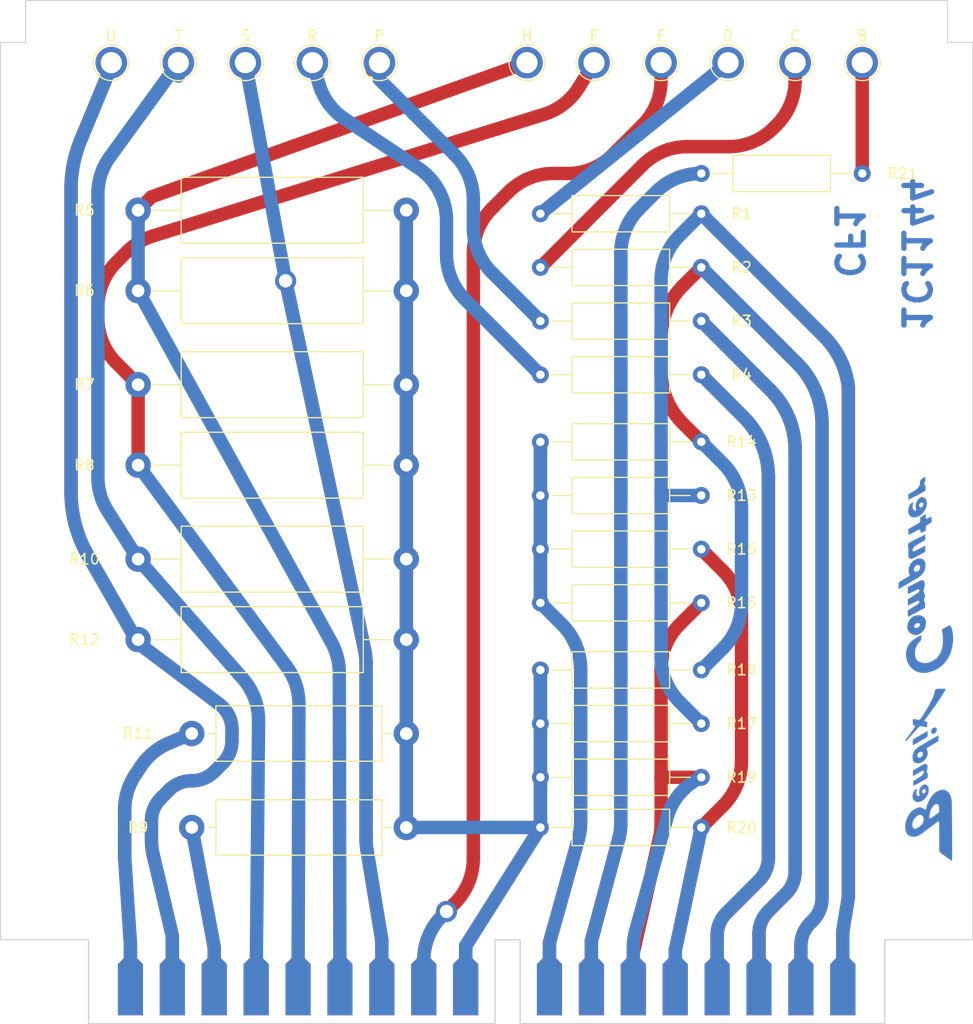
<source format=kicad_pcb>
(kicad_pcb (version 20211014) (generator pcbnew)
  (layers (0 "F.Cu" signal) (31 "B.Cu" signal) (34 "B.Paste" user) (35 "F.Paste" user) (36 "B.SilkS" user "B.Silkscreen") (37 "F.SilkS" user "F.Silkscreen") (38 "B.Mask" user) (39 "F.Mask" user) (44 "Edge.Cuts" user))
  (net 0 "")
  (net 1 "/Grid Divider 4")
  (net 2 "/Grid Divider 3")
  (net 3 "/+100V")
  (net 4 "/47K to B- 3")
  (net 5 "/47K to B- 4")
  (net 6 "GND")
  (net 7 "/+100V_")
  (net 8 "/Output 1")
  (net 9 "/Output 2")
  (net 10 "/Input 1")
  (net 11 "/Input 2")
  (net 12 "/V1P2")
  (net 13 "/V1P7")
  (net 14 "/-160V")
  (net 15 "/Output 3")
  (net 16 "/Output 4")
  (net 17 "/Input 3")
  (net 18 "/Input 4")
  (net 19 "/V2P2")
  (net 20 "/V2P7")
  (net 21 "/Filament 2")
  (net 22 "/Filament 1")
  (footprint "TestPoint:TestPoint_Plated_Hole_D2.0mm" (layer "F.Cu") (at 149.86 55.88)
    (fp_text reference "TP6")
    (fp_text value "H")
  )
  (footprint "TestPoint:TestPoint_Plated_Hole_D2.0mm" (layer "F.Cu") (at 110.49 55.88)
    (fp_text reference "TP1")
    (fp_text value "U")
  )
  (footprint "Resistor_THT:R_Axial_DIN0309_L9.0mm_D3.2mm_P15.24mm_Horizontal" (layer "F.Cu") (at 151.13 113.36)
    (fp_text reference "R18")
    (fp_text value "560K 1/2W 5%")
  )
  (footprint "Resistor_THT:R_Axial_DIN0309_L9.0mm_D3.2mm_P15.24mm_Horizontal" (layer "F.Cu") (at 151.13 85.42)
    (fp_text reference "R4")
    (fp_text value "1.2K 1/2W 5%")
  )
  (footprint "Resistor_THT:R_Axial_DIN0516_L15.5mm_D5.0mm_P20.32mm_Horizontal" (layer "F.Cu") (at 118.11 119.38)
    (fp_text reference "R11")
    (fp_text value "47K 1W 5%")
  )
  (footprint "Resistor_THT:R_Axial_DIN0309_L9.0mm_D3.2mm_P15.24mm_Horizontal" (layer "F.Cu") (at 151.13 118.44)
    (fp_text reference "R17")
    (fp_text value "560K 1/2W 5%")
  )
  (footprint "Resistor_THT:R_Axial_DIN0309_L9.0mm_D3.2mm_P15.24mm_Horizontal" (layer "F.Cu") (at 181.61 66.37 180)
    (fp_text reference "R21")
    (fp_text value "130Ω 1/2W 5%")
  )
  (footprint "TestPoint:TestPoint_Plated_Hole_D2.0mm" (layer "F.Cu") (at 116.84 55.88)
    (fp_text reference "TP2")
    (fp_text value "T")
  )
  (footprint "Resistor_THT:R_Axial_DIN0617_L17.0mm_D6.0mm_P25.40mm_Horizontal" (layer "F.Cu") (at 113.03 93.98)
    (fp_text reference "R8")
    (fp_text value "30K 2W 5%")
  )
  (footprint "Resistor_THT:R_Axial_DIN0617_L17.0mm_D6.0mm_P25.40mm_Horizontal" (layer "F.Cu") (at 138.43 86.36 180)
    (fp_text reference "R7")
    (fp_text value "30K 2W 5%")
  )
  (footprint "Resistor_THT:R_Axial_DIN0617_L17.0mm_D6.0mm_P25.40mm_Horizontal" (layer "F.Cu") (at 138.43 69.85 180)
    (fp_text reference "R5")
    (fp_text value "30K 2W 5%")
  )
  (footprint "TestPoint:TestPoint_Plated_Hole_D2.0mm" (layer "F.Cu") (at 175.26 55.88)
    (fp_text reference "TP10")
    (fp_text value "C")
  )
  (footprint "Resistor_THT:R_Axial_DIN0309_L9.0mm_D3.2mm_P15.24mm_Horizontal" (layer "F.Cu") (at 151.13 91.77)
    (fp_text reference "R14")
    (fp_text value "750K 1/2W 5%")
  )
  (footprint "Resistor_THT:R_Axial_DIN0617_L17.0mm_D6.0mm_P25.40mm_Horizontal" (layer "F.Cu") (at 138.43 102.87 180)
    (fp_text reference "R10")
    (fp_text value "24K 2W 5%")
  )
  (footprint "Resistor_THT:R_Axial_DIN0617_L17.0mm_D6.0mm_P25.40mm_Horizontal" (layer "F.Cu") (at 113.03 77.47)
    (fp_text reference "R6")
    (fp_text value "30K 2W 5%")
  )
  (footprint "Resistor_THT:R_Axial_DIN0309_L9.0mm_D3.2mm_P15.24mm_Horizontal" (layer "F.Cu") (at 151.13 101.93)
    (fp_text reference "R16")
    (fp_text value "750K 1/2W 5%")
  )
  (footprint "Resistor_THT:R_Axial_DIN0309_L9.0mm_D3.2mm_P15.24mm_Horizontal" (layer "F.Cu") (at 166.37 80.34 180)
    (fp_text reference "R3")
    (fp_text value "1.2K 1/2W 5%")
  )
  (footprint "TestPoint:TestPoint_Plated_Hole_D2.0mm" (layer "F.Cu") (at 156.21 55.88)
    (fp_text reference "TP7")
    (fp_text value "F")
  )
  (footprint "Resistor_THT:R_Axial_DIN0309_L9.0mm_D3.2mm_P15.24mm_Horizontal" (layer "F.Cu") (at 151.13 96.85)
    (fp_text reference "R13")
    (fp_text value "750K 1/2W 5%")
  )
  (footprint "TestPoint:TestPoint_Plated_Hole_D2.0mm" (layer "F.Cu") (at 181.61 55.88)
    (fp_text reference "TP11")
    (fp_text value "B")
  )
  (footprint "Resistor_THT:R_Axial_DIN0309_L9.0mm_D3.2mm_P15.24mm_Horizontal" (layer "F.Cu") (at 151.13 107.01)
    (fp_text reference "R15")
    (fp_text value "750K 1/2W 5%")
  )
  (footprint "Bendix_G15:Card_Edge_K_Key" (layer "F.Cu") (at 146.0375 138.9)
    (fp_text reference "J1")
    (fp_text value "Conn_02x18_Row_Letter_First")
    (fp_line (start 0.79375 7.9375) (end -37.703125 7.9375) (layer "Edge.Cuts") (width 0.12))
    (fp_line (start 3.175 7.9375) (end 3.175 0) (layer "Edge.Cuts") (width 0.12))
    (fp_line (start -37.703125 7.9375) (end -37.703125 0) (layer "Edge.Cuts") (width 0.12))
    (fp_line (start 37.703125 7.9375) (end 3.175 7.9375) (layer "Edge.Cuts") (width 0.12))
    (fp_line (start 0.79375 0) (end 0.79375 7.9375) (layer "Edge.Cuts") (width 0.12))
    (fp_line (start 3.175 0) (end 0.79375 0) (layer "Edge.Cuts") (width 0.12))
    (fp_line (start 37.703125 0) (end 37.703125 7.9375) (layer "Edge.Cuts") (width 0.12))
  )
  (footprint "Resistor_THT:R_Axial_DIN0309_L9.0mm_D3.2mm_P15.24mm_Horizontal" (layer "F.Cu") (at 166.37 70.18 180)
    (fp_text reference "R1")
    (fp_text value "1.2K 1/2W 5%")
  )
  (footprint "Resistor_THT:R_Axial_DIN0516_L15.5mm_D5.0mm_P20.32mm_Horizontal" (layer "F.Cu") (at 118.11 128.27)
    (fp_text reference "R9")
    (fp_text value "47K 1W 5%")
  )
  (footprint "TestPoint:TestPoint_Plated_Hole_D2.0mm" (layer "F.Cu") (at 129.54 55.88)
    (fp_text reference "TP4")
    (fp_text value "R")
  )
  (footprint "Resistor_THT:R_Axial_DIN0309_L9.0mm_D3.2mm_P15.24mm_Horizontal" (layer "F.Cu") (at 151.13 123.52)
    (fp_text reference "R19")
    (fp_text value "560K 1/2W 5%")
  )
  (footprint "Resistor_THT:R_Axial_DIN0309_L9.0mm_D3.2mm_P15.24mm_Horizontal" (layer "F.Cu") (at 151.13 75.26)
    (fp_text reference "R2")
    (fp_text value "1.2K 1/2W 5%")
  )
  (footprint "Resistor_THT:R_Axial_DIN0309_L9.0mm_D3.2mm_P15.24mm_Horizontal" (layer "F.Cu") (at 151.13 128.27)
    (fp_text reference "R20")
    (fp_text value "560K 1/2W 5%")
  )
  (footprint "TestPoint:TestPoint_Plated_Hole_D2.0mm" (layer "F.Cu") (at 123.19 55.88)
    (fp_text reference "TP3")
    (fp_text value "S")
  )
  (footprint "TestPoint:TestPoint_Plated_Hole_D2.0mm" (layer "F.Cu") (at 135.89 55.88)
    (fp_text reference "TP5")
    (fp_text value "P")
  )
  (footprint "TestPoint:TestPoint_Plated_Hole_D2.0mm" (layer "F.Cu") (at 168.91 55.88)
    (fp_text reference "TP9")
    (fp_text value "D")
  )
  (footprint "TestPoint:TestPoint_Plated_Hole_D2.0mm" (layer "F.Cu") (at 162.56 55.88)
    (fp_text reference "TP8")
    (fp_text value "E")
  )
  (footprint "Resistor_THT:R_Axial_DIN0617_L17.0mm_D6.0mm_P25.40mm_Horizontal" (layer "F.Cu") (at 138.43 110.49 180)
    (fp_text reference "R12")
    (fp_text value "24K 2W 5%")
  )
  (footprint "LOGO" (layer "B.Cu") (at 187.96 104.14 90)
    (fp_text reference "G***" hide)
    (fp_text value "LOGO" hide)
  )
  (footprint "LOGO" (layer "B.Cu") (at 187.96 123.19 90)
    (fp_text reference "G***" hide)
    (fp_text value "LOGO" hide)
  )
  (gr_line (start 102.38125 50) (end 189.69375 50) (layer "Edge.Cuts") (width 0.1))
  (gr_line (start 102.38125 53.96875) (end 100 53.96875) (layer "Edge.Cuts") (width 0.1))
  (gr_line (start 100 53.96875) (end 100 138.9) (layer "Edge.Cuts") (width 0.1))
  (gr_line (start 192.075 53.96875) (end 192.075 138.9) (layer "Edge.Cuts") (width 0.1))
  (gr_line (start 108.334375 138.9) (end 100 138.9) (layer "Edge.Cuts") (width 0.1))
  (gr_line (start 102.38125 50) (end 102.38125 53.96875) (layer "Edge.Cuts") (width 0.1))
  (gr_line (start 192.075 53.96875) (end 189.69375 53.96875) (layer "Edge.Cuts") (width 0.1))
  (gr_line (start 189.69375 50) (end 189.69375 53.96875) (layer "Edge.Cuts") (width 0.1))
  (gr_line (start 183.740625 138.9) (end 192.075 138.9) (layer "Edge.Cuts") (width 0.1))
  (gr_text "CF1" (at 180.34 72.72 270) (layer "B.Cu") (effects (font (size 2.5 2.5) (thickness 0.5)) (justify mirror)))
  (gr_text "1C1144" (at 186.69 73.99 270) (layer "B.Cu") (effects (font (size 2.5 2.5) (thickness 0.5)) (justify mirror)))
  (via (at 104.7625 134.1375) (size 4.7625) (drill 3.175) (layers "F.Cu" "B.Cu") (remove_unused_layers) (net 0))
  (via (at 187.3125 134.1375) (size 4.7625) (drill 3.175) (layers "F.Cu" "B.Cu") (remove_unused_layers) (net 0))
  (segment (start 166.37 128.27) (end 168.422641 126.217359) (width 1.27) (layer "F.Cu") (net 1))
  (segment (start 170.18 108.225281) (end 170.18 121.974719) (width 1.27) (layer "F.Cu") (net 1))
  (segment (start 163.896875 139.963125) (end 166.37 128.27) (width 1.27) (layer "F.Cu") (net 1))
  (segment (start 166.37 101.93) (end 168.422641 103.982641) (width 1.27) (layer "F.Cu") (net 1))
  (segment (start 163.896875 143.265625) (end 163.896875 139.963125) (width 1.27) (layer "F.Cu") (net 1))
  (arc (start 170.18 121.974719) (mid 169.723277 124.270819) (end 168.422641 126.217359) (width 1.27) (layer "F.Cu") (net 1))
  (arc (start 170.18 108.225281) (mid 169.723277 105.929181) (end 168.422641 103.982641) (width 1.27) (layer "F.Cu") (net 1))
  (segment (start 163.896875 139.963125) (end 166.37 128.27) (width 1.27) (layer "B.Cu") (net 1))
  (segment (start 163.896875 143.265625) (end 163.896875 139.963125) (width 1.27) (layer "B.Cu") (net 1))
  (segment (start 159.928125 140.121875) (end 162.409338 129.259571) (width 1.27) (layer "F.Cu") (net 2))
  (segment (start 162.56 123.52) (end 162.56 113.305281) (width 1.27) (layer "F.Cu") (net 2))
  (segment (start 159.928125 143.265625) (end 159.928125 140.121875) (width 1.27) (layer "F.Cu") (net 2))
  (segment (start 162.56 127.923441) (end 162.56 123.52) (width 1.27) (layer "F.Cu") (net 2))
  (segment (start 162.56 123.52) (end 166.37 123.52) (width 1.27) (layer "F.Cu") (net 2))
  (segment (start 164.31736 109.06264) (end 166.37 107.01) (width 1.27) (layer "F.Cu") (net 2))
  (arc (start 162.56 113.305281) (mid 163.016723 111.00918) (end 164.31736 109.06264) (width 1.27) (layer "F.Cu") (net 2))
  (arc (start 162.409338 129.259571) (mid 162.522215 128.59574) (end 162.56 127.923441) (width 1.27) (layer "F.Cu") (net 2))
  (segment (start 160.146572 138.064618) (end 163.116966 127.359684) (width 1.27) (layer "B.Cu") (net 2))
  (segment (start 166.215238 123.597381) (end 166.37 123.52) (width 1.27) (layer "B.Cu") (net 2))
  (segment (start 159.928125 143.265625) (end 159.928125 139.668877) (width 1.27) (layer "B.Cu") (net 2))
  (arc (start 166.215238 123.597381) (mid 164.26688 125.149771) (end 163.116966 127.359684) (width 1.27) (layer "B.Cu") (net 2))
  (arc (start 159.928125 139.668877) (mid 159.982988 138.859345) (end 160.146572 138.064618) (width 1.27) (layer "B.Cu") (net 2))
  (segment (start 166.37 66.37) (end 166.315281 66.37) (width 1.27) (layer "F.Cu") (net 3))
  (segment (start 162.07264 68.12736) (end 160.507359 69.692641) (width 1.27) (layer "F.Cu") (net 3))
  (segment (start 158.545401 129.363271) (end 155.959375 139.010625) (width 1.27) (layer "F.Cu") (net 3))
  (segment (start 158.75 73.935281) (end 158.75 127.809782) (width 1.27) (layer "F.Cu") (net 3))
  (segment (start 155.959375 140.667479) (end 155.959375 143.265625) (width 1.27) (layer "F.Cu") (net 3))
  (segment (start 155.959375 139.010625) (end 155.959375 143.265625) (width 1.27) (layer "F.Cu") (net 3))
  (arc (start 166.315281 66.37) (mid 164.01918 66.826723) (end 162.07264 68.12736) (width 1.27) (layer "F.Cu") (net 3))
  (arc (start 158.75 73.935281) (mid 159.206723 71.639181) (end 160.507359 69.692641) (width 1.27) (layer "F.Cu") (net 3))
  (arc (start 158.75 127.809782) (mid 158.69863 128.593234) (end 158.545401 129.363271) (width 1.27) (layer "F.Cu") (net 3))
  (segment (start 162.07264 68.12736) (end 160.507359 69.692641) (width 1.27) (layer "B.Cu") (net 3))
  (segment (start 158.75 73.935281) (end 158.75 127.809782) (width 1.27) (layer "B.Cu") (net 3))
  (segment (start 155.959375 143.265625) (end 155.959375 139.010625) (width 1.27) (layer "B.Cu") (net 3))
  (segment (start 166.37 66.37) (end 166.315281 66.37) (width 1.27) (layer "B.Cu") (net 3))
  (segment (start 155.959375 139.010625) (end 158.545401 129.363271) (width 1.27) (layer "B.Cu") (net 3))
  (arc (start 166.315281 66.37) (mid 164.01918 66.826723) (end 162.07264 68.12736) (width 1.27) (layer "B.Cu") (net 3))
  (arc (start 158.545401 129.363271) (mid 158.69863 128.593234) (end 158.75 127.809782) (width 1.27) (layer "B.Cu") (net 3))
  (arc (start 160.507359 69.692641) (mid 159.206723 71.639181) (end 158.75 73.935281) (width 1.27) (layer "B.Cu") (net 3))
  (segment (start 120.240625 143.265625) (end 120.240625 139.620625) (width 1.27) (layer "F.Cu") (net 4))
  (segment (start 120.240625 139.620625) (end 118.11 128.27) (width 1.27) (layer "F.Cu") (net 4))
  (segment (start 120.240625 139.620625) (end 118.11 128.27) (width 1.27) (layer "B.Cu") (net 4))
  (segment (start 120.240625 143.265625) (end 120.240625 139.620625) (width 1.27) (layer "B.Cu") (net 4))
  (segment (start 112.303125 143.265625) (end 112.303125 139.303125) (width 1.27) (layer "F.Cu") (net 5))
  (segment (start 115.966526 120.280147) (end 118.11 119.38) (width 1.27) (layer "F.Cu") (net 5))
  (segment (start 112.767698 123.278453) (end 113.297372 122.483942) (width 1.27) (layer "F.Cu") (net 5))
  (segment (start 112.303125 139.303125) (end 111.773236 131.338942) (width 1.27) (layer "F.Cu") (net 5))
  (segment (start 111.76 130.940619) (end 111.76 126.606654) (width 1.27) (layer "F.Cu") (net 5))
  (arc (start 111.773236 131.338942) (mid 111.76331 131.13989) (end 111.76 130.940619) (width 1.27) (layer "F.Cu") (net 5))
  (arc (start 113.297372 122.483942) (mid 114.469578 121.185387) (end 115.966526 120.280147) (width 1.27) (layer "F.Cu") (net 5))
  (arc (start 111.76 126.606654) (mid 112.017448 124.867949) (end 112.767698 123.278453) (width 1.27) (layer "F.Cu") (net 5))
  (segment (start 112.303125 139.303125) (end 111.76 131.14) (width 1.27) (layer "B.Cu") (net 5))
  (segment (start 115.966526 120.280147) (end 118.11 119.38) (width 1.27) (layer "B.Cu") (net 5))
  (segment (start 111.76 131.00903) (end 111.76 126.606654) (width 1.27) (layer "B.Cu") (net 5))
  (segment (start 112.767698 123.278453) (end 113.297372 122.483942) (width 1.27) (layer "B.Cu") (net 5))
  (segment (start 112.303125 143.265625) (end 112.303125 139.303125) (width 1.27) (layer "B.Cu") (net 5))
  (arc (start 115.966526 120.280147) (mid 114.469579 121.185387) (end 113.297372 122.483942) (width 1.27) (layer "B.Cu") (net 5))
  (arc (start 111.76 126.606654) (mid 112.017448 124.867949) (end 112.767698 123.278453) (width 1.27) (layer "B.Cu") (net 5))
  (segment (start 151.990625 139.169375) (end 154.719209 129.391227) (width 1.27) (layer "F.Cu") (net 6))
  (segment (start 151.13 107.01) (end 151.13 91.77) (width 1.27) (layer "F.Cu") (net 6))
  (segment (start 151.990625 143.265625) (end 151.990625 139.169375) (width 1.27) (layer "F.Cu") (net 6))
  (segment (start 154.94 127.778544) (end 154.94 113.305281) (width 1.27) (layer "F.Cu") (net 6))
  (segment (start 153.18264 109.06264) (end 151.13 107.01) (width 1.27) (layer "F.Cu") (net 6))
  (arc (start 154.719209 129.391227) (mid 154.884546 128.592408) (end 154.94 127.778544) (width 1.27) (layer "F.Cu") (net 6))
  (arc (start 154.94 113.305281) (mid 154.483277 111.00918) (end 153.18264 109.06264) (width 1.27) (layer "F.Cu") (net 6))
  (segment (start 153.18264 109.06264) (end 151.13 107.01) (width 1.27) (layer "B.Cu") (net 6))
  (segment (start 151.13 101.93) (end 151.13 96.85) (width 1.27) (layer "B.Cu") (net 6))
  (segment (start 151.990625 139.169375) (end 154.719209 129.391227) (width 1.27) (layer "B.Cu") (net 6))
  (segment (start 151.13 107.01) (end 151.13 101.93) (width 1.27) (layer "B.Cu") (net 6))
  (segment (start 154.94 127.778544) (end 154.94 113.305281) (width 1.27) (layer "B.Cu") (net 6))
  (segment (start 151.990625 143.265625) (end 151.990625 139.169375) (width 1.27) (layer "B.Cu") (net 6))
  (segment (start 151.13 96.85) (end 151.13 91.77) (width 1.27) (layer "B.Cu") (net 6))
  (arc (start 154.94 113.305281) (mid 154.483277 111.00918) (end 153.18264 109.06264) (width 1.27) (layer "B.Cu") (net 6))
  (arc (start 154.719209 129.391227) (mid 154.884546 128.592408) (end 154.94 127.778544) (width 1.27) (layer "B.Cu") (net 6))
  (segment (start 181.61 66.37) (end 181.61 55.88) (width 1.27) (layer "F.Cu") (net 7))
  (segment (start 113.03 69.85) (end 114.3 68.58) (width 1.27) (layer "F.Cu") (net 8))
  (segment (start 114.3 68.58) (end 149.86 55.88) (width 1.27) (layer "F.Cu") (net 8))
  (segment (start 113.03 77.47) (end 113.03 69.85) (width 1.27) (layer "B.Cu") (net 8))
  (segment (start 131.340025 110.745226) (end 113.03 77.47) (width 1.27) (layer "B.Cu") (net 8))
  (segment (start 132.146875 143.265625) (end 132.083293 113.624917) (width 1.27) (layer "B.Cu") (net 8))
  (arc (start 132.083293 113.624917) (mid 131.892911 112.138289) (end 131.340025 110.745226) (width 1.27) (layer "B.Cu") (net 8))
  (segment (start 156.21 55.88) (end 154.796526 58.183852) (width 1.27) (layer "F.Cu") (net 9))
  (segment (start 109.22 79.015281) (end 109.22 80.064719) (width 1.27) (layer "F.Cu") (net 9))
  (segment (start 111.98272 73.76728) (end 110.977359 74.772641) (width 1.27) (layer "F.Cu") (net 9))
  (segment (start 113.03 93.98) (end 113.03 86.36) (width 1.27) (layer "F.Cu") (net 9))
  (segment (start 151.632818 60.720281) (end 114.444321 72.280357) (width 1.27) (layer "F.Cu") (net 9))
  (segment (start 110.97736 84.30736) (end 113.03 86.36) (width 1.27) (layer "F.Cu") (net 9))
  (arc (start 154.796526 58.183852) (mid 153.435437 59.727428) (end 151.632818 60.720281) (width 1.27) (layer "F.Cu") (net 9))
  (arc (start 109.22 79.015281) (mid 109.676723 76.719181) (end 110.977359 74.772641) (width 1.27) (layer "F.Cu") (net 9))
  (arc (start 109.22 80.064719) (mid 109.676723 82.36082) (end 110.97736 84.30736) (width 1.27) (layer "F.Cu") (net 9))
  (arc (start 114.444321 72.280357) (mid 113.123117 72.874155) (end 111.98272 73.76728) (width 1.27) (layer "F.Cu") (net 9))
  (segment (start 127.091293 113.032867) (end 113.03 93.98) (width 1.27) (layer "B.Cu") (net 9))
  (segment (start 128.178125 143.265625) (end 128.263631 116.614979) (width 1.27) (layer "B.Cu") (net 9))
  (arc (start 128.263631 116.614979) (mid 127.966039 114.729479) (end 127.091293 113.032867) (width 1.27) (layer "B.Cu") (net 9))
  (segment (start 177.996854 81.806854) (end 166.37 70.18) (width 1.27) (layer "F.Cu") (net 10))
  (segment (start 179.82077 137.790629) (end 180.2892 134.95) (width 1.27) (layer "F.Cu") (net 10))
  (segment (start 180.296698 134.906698) (end 180.296698 86.608274) (width 1.27) (layer "F.Cu") (net 10))
  (segment (start 179.771875 143.265625) (end 179.771875 138.330053) (width 1.27) (layer "F.Cu") (net 10))
  (arc (start 179.771875 138.330053) (mid 179.784124 138.059235) (end 179.82077 137.790629) (width 1.27) (layer "F.Cu") (net 10))
  (arc (start 180.296698 86.608274) (mid 179.556578 84.011029) (end 177.996854 81.806854) (width 1.27) (layer "F.Cu") (net 10))
  (segment (start 166.37 96.85) (end 162.56 96.85) (width 1.27) (layer "B.Cu") (net 10))
  (segment (start 166.37 118.44) (end 164.317359 116.387359) (width 1.27) (layer "B.Cu") (net 10))
  (segment (start 162.56 112.144719) (end 162.56 96.85) (width 1.27) (layer "B.Cu") (net 10))
  (segment (start 180.296698 134.879339) (end 180.296698 86.580915) (width 1.27) (layer "B.Cu") (net 10))
  (segment (start 179.82077 137.76327) (end 180.2892 134.922641) (width 1.27) (layer "B.Cu") (net 10))
  (segment (start 164.31736 72.23264) (end 166.37 70.18) (width 1.27) (layer "B.Cu") (net 10))
  (segment (start 179.771875 143.238266) (end 179.771875 138.302694) (width 1.27) (layer "B.Cu") (net 10))
  (segment (start 177.996854 81.806854) (end 166.37 70.18) (width 1.27) (layer "B.Cu") (net 10))
  (segment (start 162.56 96.85) (end 162.56 76.475281) (width 1.27) (layer "B.Cu") (net 10))
  (arc (start 164.31736 72.23264) (mid 163.016723 74.17918) (end 162.56 76.475281) (width 1.27) (layer "B.Cu") (net 10))
  (arc (start 180.296698 86.608274) (mid 179.556578 84.011029) (end 177.996854 81.806854) (width 1.27) (layer "B.Cu") (net 10))
  (arc (start 164.317359 116.387359) (mid 163.016723 114.440819) (end 162.56 112.144719) (width 1.27) (layer "B.Cu") (net 10))
  (arc (start 179.771875 138.302694) (mid 179.784124 138.031876) (end 179.82077 137.76327) (width 1.27) (layer "B.Cu") (net 10))
  (segment (start 164.610253 90.010253) (end 166.37 91.77) (width 1.27) (layer "F.Cu") (net 11))
  (segment (start 162.56 81.969495) (end 162.56 85.060505) (width 1.27) (layer "F.Cu") (net 11))
  (segment (start 176.681805 137.338195) (end 176.921321 137.098679) (width 1.27) (layer "F.Cu") (net 11))
  (segment (start 166.37 75.26) (end 164.610252 77.019748) (width 1.27) (layer "F.Cu") (net 11))
  (segment (start 177.8 134.977359) (end 177.8 90.003708) (width 1.27) (layer "F.Cu") (net 11))
  (segment (start 175.803125 143.265625) (end 175.803125 139.459516) (width 1.27) (layer "F.Cu") (net 11))
  (segment (start 175.456854 84.346854) (end 166.37 75.26) (width 1.27) (layer "F.Cu") (net 11))
  (arc (start 164.610253 90.010253) (mid 163.092843 87.739289) (end 162.56 85.060505) (width 1.27) (layer "F.Cu") (net 11))
  (arc (start 175.803125 139.459516) (mid 176.031487 138.311465) (end 176.681805 137.338195) (width 1.27) (layer "F.Cu") (net 11))
  (arc (start 177.8 134.977359) (mid 177.571639 136.125409) (end 176.921321 137.098679) (width 1.27) (layer "F.Cu") (net 11))
  (arc (start 164.610252 77.019748) (mid 163.092843 79.290711) (end 162.56 81.969495) (width 1.27) (layer "F.Cu") (net 11))
  (arc (start 175.456854 84.346854) (mid 177.191036 86.942241) (end 177.8 90.003708) (width 1.27) (layer "F.Cu") (net 11))
  (segment (start 166.37 113.36) (end 168.422641 111.307359) (width 1.27) (layer "B.Cu") (net 11))
  (segment (start 175.456854 84.346854) (end 166.37 75.26) (width 1.27) (layer "B.Cu") (net 11))
  (segment (start 170.18 107.064719) (end 170.18 98.065281) (width 1.27) (layer "B.Cu") (net 11))
  (segment (start 168.42264 93.82264) (end 166.37 91.77) (width 1.27) (layer "B.Cu") (net 11))
  (segment (start 177.8 134.95) (end 177.8 89.976349) (width 1.27) (layer "B.Cu") (net 11))
  (segment (start 175.803125 143.238266) (end 175.803125 139.432157) (width 1.27) (layer "B.Cu") (net 11))
  (segment (start 176.681805 137.310836) (end 176.921321 137.07132) (width 1.27) (layer "B.Cu") (net 11))
  (arc (start 177.8 134.95) (mid 177.571639 136.09805) (end 176.921321 137.07132) (width 1.27) (layer "B.Cu") (net 11))
  (arc (start 168.422641 111.307359) (mid 169.723277 109.360819) (end 170.18 107.064719) (width 1.27) (layer "B.Cu") (net 11))
  (arc (start 175.456854 84.346854) (mid 177.191036 86.942241) (end 177.8 90.003708) (width 1.27) (layer "B.Cu") (net 11))
  (arc (start 168.42264 93.82264) (mid 169.723277 95.76918) (end 170.18 98.065281) (width 1.27) (layer "B.Cu") (net 11))
  (arc (start 175.803125 139.432157) (mid 176.031487 138.284106) (end 176.681805 137.310836) (width 1.27) (layer "B.Cu") (net 11))
  (segment (start 151.13 70.18) (end 168.91 55.88) (width 1.27) (layer "B.Cu") (net 12))
  (segment (start 173.20736 62.07264) (end 173.502641 61.777359) (width 1.27) (layer "F.Cu") (net 13))
  (segment (start 175.26 57.534719) (end 175.26 55.88) (width 1.27) (layer "F.Cu") (net 13))
  (segment (start 168.964719 63.83) (end 165.1 63.83) (width 1.27) (layer "F.Cu") (net 13))
  (segment (start 151.13 75.26) (end 160.802641 65.587359) (width 1.27) (layer "F.Cu") (net 13))
  (arc (start 160.802641 65.587359) (mid 162.749181 64.286723) (end 165.045281 63.83) (width 1.27) (layer "F.Cu") (net 13))
  (arc (start 173.20736 62.07264) (mid 171.26082 63.373277) (end 168.964719 63.83) (width 1.27) (layer "F.Cu") (net 13))
  (arc (start 175.26 57.534719) (mid 174.803277 59.830819) (end 173.502641 61.777359) (width 1.27) (layer "F.Cu") (net 13))
  (segment (start 151.13 128.27) (end 151.13 113.36) (width 1.27) (layer "F.Cu") (net 14))
  (segment (start 144.053125 139.486875) (end 151.13 128.27) (width 1.27) (layer "F.Cu") (net 14))
  (segment (start 138.43 128.27) (end 138.43 69.85) (width 1.27) (layer "F.Cu") (net 14))
  (segment (start 144.053125 143.265625) (end 144.053125 139.486875) (width 1.27) (layer "F.Cu") (net 14))
  (segment (start 138.43 93.98) (end 138.43 86.36) (width 1.27) (layer "B.Cu") (net 14))
  (segment (start 138.43 110.49) (end 138.43 102.87) (width 1.27) (layer "B.Cu") (net 14))
  (segment (start 138.43 119.38) (end 138.43 110.49) (width 1.27) (layer "B.Cu") (net 14))
  (segment (start 151.13 123.52) (end 151.13 118.44) (width 1.27) (layer "B.Cu") (net 14))
  (segment (start 138.43 128.27) (end 138.43 119.38) (width 1.27) (layer "B.Cu") (net 14))
  (segment (start 138.43 86.36) (end 138.43 77.47) (width 1.27) (layer "B.Cu") (net 14))
  (segment (start 151.13 118.44) (end 151.13 113.36) (width 1.27) (layer "B.Cu") (net 14))
  (segment (start 138.43 102.87) (end 138.43 93.98) (width 1.27) (layer "B.Cu") (net 14))
  (segment (start 138.43 77.47) (end 138.43 69.85) (width 1.27) (layer "B.Cu") (net 14))
  (segment (start 151.13 128.27) (end 138.43 128.27) (width 1.27) (layer "B.Cu") (net 14))
  (segment (start 151.13 128.27) (end 151.13 123.52) (width 1.27) (layer "B.Cu") (net 14))
  (segment (start 144.053125 143.265625) (end 144.053125 139.486875) (width 1.27) (layer "B.Cu") (net 14))
  (segment (start 144.053125 139.486875) (end 151.13 128.27) (width 1.27) (layer "B.Cu") (net 14))
  (segment (start 124.209375 143.265625) (end 124.439027 118.190011) (width 1.27) (layer "B.Cu") (net 15))
  (segment (start 109.22 95.110851) (end 109.22 68.319222) (width 1.27) (layer "B.Cu") (net 15))
  (segment (start 116.84 57.15) (end 116.84 55.88) (width 1.27) (layer "B.Cu") (net 15))
  (segment (start 122.949803 114.178402) (end 113.03 102.87) (width 1.27) (layer "B.Cu") (net 15))
  (segment (start 110.365583 64.792944) (end 116.84 55.88) (width 1.27) (layer "B.Cu") (net 15))
  (segment (start 113.03 102.87) (end 110.150071 98.31956) (width 1.27) (layer "B.Cu") (net 15))
  (arc (start 109.22 68.319222) (mid 109.513578 66.465375) (end 110.365583 64.792944) (width 1.27) (layer "B.Cu") (net 15))
  (arc (start 110.150071 98.31956) (mid 109.457207 96.781244) (end 109.22 95.110851) (width 1.27) (layer "B.Cu") (net 15))
  (arc (start 124.439027 118.190011) (mid 124.064197 116.046933) (end 122.949803 114.178402) (width 1.27) (layer "B.Cu") (net 15))
  (segment (start 120.722157 116.599934) (end 113.03 110.82) (width 1.27) (layer "F.Cu") (net 16))
  (segment (start 118.082641 123.85) (end 118.137359 123.85) (width 1.27) (layer "F.Cu") (net 16))
  (segment (start 114.3 129.498855) (end 114.3 127.632641) (width 1.27) (layer "F.Cu") (net 16))
  (segment (start 116.271875 138.521875) (end 114.461661 130.882254) (width 1.27) (layer "F.Cu") (net 16))
  (segment (start 106.68 96.530112) (end 106.68 67.811722) (width 1.27) (layer "F.Cu") (net 16))
  (segment (start 113.03 110.82) (end 108.263971 102.488831) (width 1.27) (layer "F.Cu") (net 16))
  (segment (start 120.25868 122.97132) (end 121.041321 122.188679) (width 1.27) (layer "F.Cu") (net 16))
  (segment (start 115.17868 125.51132) (end 115.961321 124.728679) (width 1.27) (layer "F.Cu") (net 16))
  (segment (start 107.589601 63.228813) (end 110.49 56.21) (width 1.27) (layer "F.Cu") (net 16))
  (segment (start 121.92 120.067359) (end 121.92 118.998314) (width 1.27) (layer "F.Cu") (net 16))
  (segment (start 116.271875 143.595625) (end 116.271875 138.521875) (width 1.27) (layer "F.Cu") (net 16))
  (arc (start 106.68 67.811722) (mid 106.909597 65.47557) (end 107.589601 63.228813) (width 1.27) (layer "F.Cu") (net 16))
  (arc (start 114.461661 130.882254) (mid 114.340553 130.195261) (end 114.3 129.498855) (width 1.27) (layer "F.Cu") (net 16))
  (arc (start 115.961321 124.728679) (mid 116.934591 124.078361) (end 118.082641 123.85) (width 1.27) (layer "F.Cu") (net 16))
  (arc (start 108.263971 102.488831) (mid 107.082752 99.612939) (end 106.68 96.530112) (width 1.27) (layer "F.Cu") (net 16))
  (arc (start 121.92 120.067359) (mid 121.691639 121.215409) (end 121.041321 122.188679) (width 1.27) (layer "F.Cu") (net 16))
  (arc (start 114.3 127.632641) (mid 114.528362 126.48459) (end 115.17868 125.51132) (width 1.27) (layer "F.Cu") (net 16))
  (arc (start 118.137359 123.85) (mid 119.28541 123.621638) (end 120.25868 122.97132) (width 1.27) (layer "F.Cu") (net 16))
  (arc (start 121.92 118.998314) (mid 121.603885 117.65788) (end 120.722157 116.599934) (width 1.27) (layer "F.Cu") (net 16))
  (segment (start 113.03 110.82) (end 108.263971 102.488831) (width 1.27) (layer "B.Cu") (net 16))
  (segment (start 115.17868 125.51132) (end 115.961321 124.728679) (width 1.27) (layer "B.Cu") (net 16))
  (segment (start 120.25868 122.97132) (end 121.041321 122.188679) (width 1.27) (layer "B.Cu") (net 16))
  (segment (start 121.92 120.067359) (end 121.92 118.998314) (width 1.27) (layer "B.Cu") (net 16))
  (segment (start 116.271875 138.521875) (end 114.461661 130.882254) (width 1.27) (layer "B.Cu") (net 16))
  (segment (start 116.271875 143.595625) (end 116.271875 138.521875) (width 1.27) (layer "B.Cu") (net 16))
  (segment (start 106.68 96.530112) (end 106.68 67.811722) (width 1.27) (layer "B.Cu") (net 16))
  (segment (start 107.589601 63.228813) (end 110.49 56.21) (width 1.27) (layer "B.Cu") (net 16))
  (segment (start 114.3 129.498855) (end 114.3 127.632641) (width 1.27) (layer "B.Cu") (net 16))
  (segment (start 120.722157 116.599934) (end 113.03 110.82) (width 1.27) (layer "B.Cu") (net 16))
  (segment (start 118.082641 123.85) (end 118.137359 123.85) (width 1.27) (layer "B.Cu") (net 16))
  (arc (start 114.461661 130.882254) (mid 114.340553 130.195261) (end 114.3 129.498855) (width 1.27) (layer "B.Cu") (net 16))
  (arc (start 115.961321 124.728679) (mid 116.934591 124.078361) (end 118.082641 123.85) (width 1.27) (layer "B.Cu") (net 16))
  (arc (start 114.3 127.632641) (mid 114.528362 126.48459) (end 115.17868 125.51132) (width 1.27) (layer "B.Cu") (net 16))
  (arc (start 106.68 67.811722) (mid 106.909597 65.47557) (end 107.589601 63.228813) (width 1.27) (layer "B.Cu") (net 16))
  (arc (start 108.263971 102.488831) (mid 107.082752 99.612939) (end 106.68 96.530112) (width 1.27) (layer "B.Cu") (net 16))
  (arc (start 121.92 120.067359) (mid 121.691639 121.215409) (end 121.041321 122.188679) (width 1.27) (layer "B.Cu") (net 16))
  (arc (start 121.92 118.998314) (mid 121.603885 117.65788) (end 120.722157 116.599934) (width 1.27) (layer "B.Cu") (net 16))
  (arc (start 118.137359 123.85) (mid 119.28541 123.621638) (end 120.25868 122.97132) (width 1.27) (layer "B.Cu") (net 16))
  (segment (start 166.37 80.34) (end 172.916854 86.886854) (width 1.27) (layer "F.Cu") (net 17))
  (segment (start 175.26 92.543708) (end 175.26 132.437359) (width 1.27) (layer "F.Cu") (net 17))
  (segment (start 171.834375 138.348266) (end 171.834375 143.265625) (width 1.27) (layer "F.Cu") (net 17))
  (segment (start 174.38132 134.55868) (end 172.713054 136.226946) (width 1.27) (layer "F.Cu") (net 17))
  (arc (start 172.916854 86.886854) (mid 174.651036 89.482241) (end 175.26 92.543708) (width 1.27) (layer "F.Cu") (net 17))
  (arc (start 175.26 132.437359) (mid 175.031638 133.58541) (end 174.38132 134.55868) (width 1.27) (layer "F.Cu") (net 17))
  (arc (start 172.713054 136.226946) (mid 172.062736 137.200216) (end 171.834375 138.348266) (width 1.27) (layer "F.Cu") (net 17))
  (segment (start 166.37 80.34) (end 172.916854 86.886854) (width 1.27) (layer "B.Cu") (net 17))
  (segment (start 175.26 92.516349) (end 175.26 132.41) (width 1.27) (layer "B.Cu") (net 17))
  (segment (start 171.834375 138.320907) (end 171.834375 143.238266) (width 1.27) (layer "B.Cu") (net 17))
  (segment (start 174.38132 134.531321) (end 172.713054 136.199587) (width 1.27) (layer "B.Cu") (net 17))
  (arc (start 172.713054 136.199587) (mid 172.062736 137.172857) (end 171.834375 138.320907) (width 1.27) (layer "B.Cu") (net 17))
  (arc (start 175.26 132.41) (mid 175.031638 133.558051) (end 174.38132 134.531321) (width 1.27) (layer "B.Cu") (net 17))
  (arc (start 172.916854 86.886854) (mid 174.651036 89.482241) (end 175.26 92.543708) (width 1.27) (layer "B.Cu") (net 17))
  (segment (start 167.865625 143.265625) (end 167.865625 138.507016) (width 1.27) (layer "F.Cu") (net 18))
  (segment (start 168.744305 136.385695) (end 171.841321 133.288679) (width 1.27) (layer "F.Cu") (net 18))
  (segment (start 166.37 85.42) (end 170.376854 89.426854) (width 1.27) (layer "F.Cu") (net 18))
  (segment (start 172.72 95.083708) (end 172.72 131.167359) (width 1.27) (layer "F.Cu") (net 18))
  (arc (start 167.865625 138.507016) (mid 168.093987 137.358965) (end 168.744305 136.385695) (width 1.27) (layer "F.Cu") (net 18))
  (arc (start 171.841321 133.288679) (mid 172.491639 132.315409) (end 172.72 131.167359) (width 1.27) (layer "F.Cu") (net 18))
  (arc (start 172.72 95.083708) (mid 172.111036 92.022241) (end 170.376854 89.426854) (width 1.27) (layer "F.Cu") (net 18))
  (segment (start 166.37 85.42) (end 170.376854 89.426854) (width 1.27) (layer "B.Cu") (net 18))
  (segment (start 167.865625 143.238266) (end 167.865625 138.479657) (width 1.27) (layer "B.Cu") (net 18))
  (segment (start 172.72 95.056349) (end 172.72 131.14) (width 1.27) (layer "B.Cu") (net 18))
  (segment (start 168.744305 136.358336) (end 171.841321 133.26132) (width 1.27) (layer "B.Cu") (net 18))
  (arc (start 171.841321 133.26132) (mid 172.491639 132.28805) (end 172.72 131.14) (width 1.27) (layer "B.Cu") (net 18))
  (arc (start 167.865625 138.479657) (mid 168.093987 137.331606) (end 168.744305 136.358336) (width 1.27) (layer "B.Cu") (net 18))
  (arc (start 172.72 95.083708) (mid 172.111036 92.022241) (end 170.376854 89.426854) (width 1.27) (layer "B.Cu") (net 18))
  (segment (start 135.89 55.88) (end 135.205786 56.564214) (width 1.27) (layer "F.Cu") (net 19))
  (segment (start 143.02264 64.61264) (end 135.89 57.48) (width 1.27) (layer "B.Cu") (net 19))
  (segment (start 151.13 80.34) (end 146.537359 75.747359) (width 1.27) (layer "B.Cu") (net 19))
  (segment (start 135.89 57.48) (end 135.89 55.88) (width 1.27) (layer "B.Cu") (net 19))
  (segment (start 144.78 71.504719) (end 144.78 68.855281) (width 1.27) (layer "B.Cu") (net 19))
  (arc (start 146.537359 75.747359) (mid 145.236723 73.800819) (end 144.78 71.504719) (width 1.27) (layer "B.Cu") (net 19))
  (arc (start 143.02264 64.61264) (mid 144.323277 66.55918) (end 144.78 68.855281) (width 1.27) (layer "B.Cu") (net 19))
  (segment (start 130.182452 57.974291) (end 129.54 55.88) (width 1.27) (layer "B.Cu") (net 20))
  (segment (start 151.13 85.42) (end 143.997359 78.287359) (width 1.27) (layer "B.Cu") (net 20))
  (segment (start 139.568201 65.858801) (end 132.59042 61.206947) (width 1.27) (layer "B.Cu") (net 20))
  (segment (start 142.24 74.044719) (end 142.24 70.851103) (width 1.27) (layer "B.Cu") (net 20))
  (arc (start 142.24 70.851103) (mid 141.530048 68.019955) (end 139.568201 65.858801) (width 1.27) (layer "B.Cu") (net 20))
  (arc (start 132.59042 61.206947) (mid 131.106842 59.798885) (end 130.182452 57.974291) (width 1.27) (layer "B.Cu") (net 20))
  (arc (start 142.24 74.044719) (mid 142.696723 76.340819) (end 143.997359 78.287359) (width 1.27) (layer "B.Cu") (net 20))
  (segment (start 136.115625 143.265625) (end 136.115625 138.985625) (width 1.27) (layer "F.Cu") (net 21))
  (segment (start 136.115625 138.985625) (end 134.699165 130.352498) (width 1.27) (layer "F.Cu") (net 21))
  (segment (start 134.62 129.381051) (end 134.62 112.725642) (width 1.27) (layer "F.Cu") (net 21))
  (segment (start 134.486814 111.468467) (end 127 76.53) (width 1.27) (layer "F.Cu") (net 21))
  (via (at 127 76.53) (size 2) (drill 1.27) (layers "F.Cu" "B.Cu") (net 21))
  (arc (start 134.62 129.381051) (mid 134.639824 129.868385) (end 134.699165 130.352498) (width 1.27) (layer "F.Cu") (net 21))
  (arc (start 134.62 112.725642) (mid 134.586611 112.093537) (end 134.486814 111.468467) (width 1.27) (layer "F.Cu") (net 21))
  (segment (start 134.62 112.725642) (end 134.62 129.381051) (width 1.27) (layer "B.Cu") (net 21))
  (segment (start 127 76.53) (end 123.19 55.88) (width 1.27) (layer "B.Cu") (net 21))
  (segment (start 127 76.53) (end 134.486814 111.468467) (width 1.27) (layer "B.Cu") (net 21))
  (segment (start 134.699165 130.352498) (end 136.115625 138.985625) (width 1.27) (layer "B.Cu") (net 21))
  (segment (start 136.115625 138.985625) (end 136.115625 143.265625) (width 1.27) (layer "B.Cu") (net 21))
  (arc (start 134.62 112.725642) (mid 134.586611 112.093537) (end 134.486814 111.468467) (width 1.27) (layer "B.Cu") (net 21))
  (arc (start 134.62 129.381051) (mid 134.639824 129.868385) (end 134.699165 130.352498) (width 1.27) (layer "B.Cu") (net 21))
  (segment (start 152.345281 66.37) (end 153.724719 66.37) (width 1.27) (layer "F.Cu") (net 22))
  (segment (start 157.96736 64.61264) (end 160.802641 61.777359) (width 1.27) (layer "F.Cu") (net 22))
  (segment (start 146.53736 69.69264) (end 148.102641 68.127359) (width 1.27) (layer "F.Cu") (net 22))
  (segment (start 142.24 136.22) (end 143.022641 135.437359) (width 1.27) (layer "F.Cu") (net 22))
  (segment (start 141.841735 136.618265) (end 142.24 136.22) (width 1.27) (layer "F.Cu") (net 22))
  (segment (start 140.084375 143.265625) (end 140.084375 140.860906) (width 1.27) (layer "F.Cu") (net 22))
  (segment (start 162.56 57.534719) (end 162.56 55.88) (width 1.27) (layer "F.Cu") (net 22))
  (segment (start 144.78 131.194719) (end 144.78 73.935281) (width 1.27) (layer "F.Cu") (net 22))
  (via (at 142.24 136.22) (size 2) (drill 1.27) (layers "F.Cu" "B.Cu") (net 22))
  (arc (start 143.022641 135.437359) (mid 144.323277 133.490819) (end 144.78 131.194719) (width 1.27) (layer "F.Cu") (net 22))
  (arc (start 153.724719 66.37) (mid 156.02082 65.913277) (end 157.96736 64.61264) (width 1.27) (layer "F.Cu") (net 22))
  (arc (start 160.802641 61.777359) (mid 162.103277 59.830819) (end 162.56 57.534719) (width 1.27) (layer "F.Cu") (net 22))
  (arc (start 141.841735 136.618265) (mid 140.541098 138.564805) (end 140.084375 140.860906) (width 1.27) (layer "F.Cu") (net 22))
  (arc (start 152.345281 66.37) (mid 150.049181 66.826723) (end 148.102641 68.127359) (width 1.27) (layer "F.Cu") (net 22))
  (arc (start 146.53736 69.69264) (mid 145.236723 71.63918) (end 144.78 73.935281) (width 1.27) (layer "F.Cu") (net 22))
  (segment (start 142.24 136.22) (end 141.841734 136.618266) (width 1.27) (layer "B.Cu") (net 22))
  (segment (start 140.084375 140.860906) (end 140.084375 143.265625) (width 1.27) (layer "B.Cu") (net 22))
  (arc (start 140.084375 140.860906) (mid 140.541098 138.564806) (end 141.841734 136.618266) (width 1.27) (layer "B.Cu") (net 22))
)
</source>
